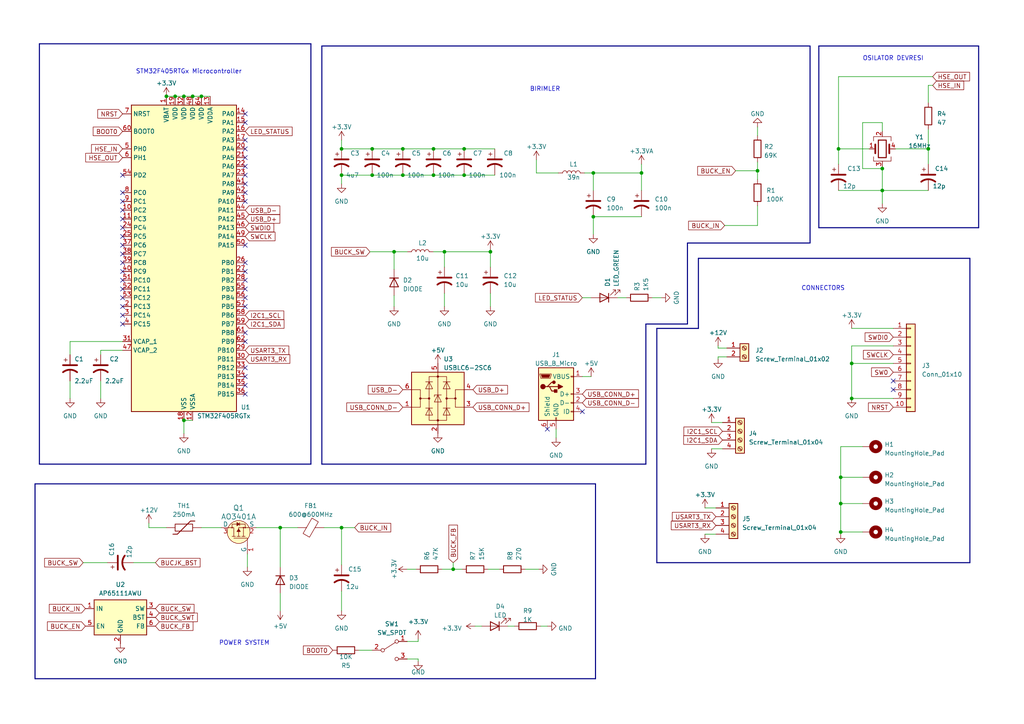
<source format=kicad_sch>
(kicad_sch (version 20230121) (generator eeschema)
  (paper "A4")
  (title_block (title "STM32F405RGTX TEST BOARD") (date "2023-10-19") (rev "V1.0") (company "EĞİTİM"))
  (lib_symbols
    (symbol "Connector:Screw_Terminal_01x02" (pin_names (offset 1.016) hide)
      (property "Reference" "J" (at 0 2.54 0))
      (property "Value" "Screw_Terminal_01x02" (at 0 -5.08 0))
      (symbol "Screw_Terminal_01x02_1_1"
        (pin passive line (at -5.08 0 0) (length 3.81) (name "Pin_1") (number "1"))
        (pin passive line (at -5.08 -2.54 0) (length 3.81) (name "Pin_2") (number "2"))
      )
    )
    (symbol "Connector:Screw_Terminal_01x04" (pin_names (offset 1.016) hide)
      (property "Reference" "J" (at 0 5.08 0))
      (property "Value" "Screw_Terminal_01x04" (at 0 -7.62 0))
      (symbol "Screw_Terminal_01x04_1_1"
        (pin passive line (at -5.08 2.54 0) (length 3.81) (name "Pin_1") (number "1"))
        (pin passive line (at -5.08 0 0) (length 3.81) (name "Pin_2") (number "2"))
        (pin passive line (at -5.08 -2.54 0) (length 3.81) (name "Pin_3") (number "3"))
        (pin passive line (at -5.08 -5.08 0) (length 3.81) (name "Pin_4") (number "4"))
      )
    )
    (symbol "Connector:USB_B_Micro" (pin_names (offset 1.016))
      (property "Reference" "J" (at -5.08 11.43 0))
      (property "Value" "USB_B_Micro" (at -5.08 8.89 0))
      (symbol "USB_B_Micro_1_1"
        (pin power_out line (at 7.62 5.08 180) (length 2.54) (name "VBUS") (number "1"))
        (pin bidirectional line (at 7.62 -2.54 180) (length 2.54) (name "D-") (number "2"))
        (pin bidirectional line (at 7.62 0 180) (length 2.54) (name "D+") (number "3"))
        (pin passive line (at 7.62 -5.08 180) (length 2.54) (name "ID") (number "4"))
        (pin power_out line (at 0 -10.16 90) (length 2.54) (name "GND") (number "5"))
        (pin passive line (at -2.54 -10.16 90) (length 2.54) (name "Shield") (number "6"))
      )
    )
    (symbol "Connector_Generic:Conn_01x10" (pin_names (offset 1.016) hide)
      (property "Reference" "J" (at 0 12.7 0))
      (property "Value" "Conn_01x10" (at 0 -15.24 0))
      (symbol "Conn_01x10_1_1"
        (pin passive line (at -5.08 10.16 0) (length 3.81) (name "Pin_1") (number "1"))
        (pin passive line (at -5.08 -12.7 0) (length 3.81) (name "Pin_10") (number "10"))
        (pin passive line (at -5.08 7.62 0) (length 3.81) (name "Pin_2") (number "2"))
        (pin passive line (at -5.08 5.08 0) (length 3.81) (name "Pin_3") (number "3"))
        (pin passive line (at -5.08 2.54 0) (length 3.81) (name "Pin_4") (number "4"))
        (pin passive line (at -5.08 0 0) (length 3.81) (name "Pin_5") (number "5"))
        (pin passive line (at -5.08 -2.54 0) (length 3.81) (name "Pin_6") (number "6"))
        (pin passive line (at -5.08 -5.08 0) (length 3.81) (name "Pin_7") (number "7"))
        (pin passive line (at -5.08 -7.62 0) (length 3.81) (name "Pin_8") (number "8"))
        (pin passive line (at -5.08 -10.16 0) (length 3.81) (name "Pin_9") (number "9"))
      )
    )
    (symbol "Device:C_Polarized_US" (pin_numbers hide) (pin_names (offset 0.254) hide)
      (property "Reference" "C" (at 0.635 2.54 0))
      (property "Value" "C_Polarized_US" (at 0.635 -2.54 0))
      (symbol "C_Polarized_US_1_1"
        (pin passive line (at 0 3.81 270) (length 2.794) (name "~") (number "1"))
        (pin passive line (at 0 -3.81 90) (length 3.302) (name "~") (number "2"))
      )
    )
    (symbol "Device:Crystal_GND23" (pin_names (offset 1.016) hide)
      (property "Reference" "Y" (at 3.175 5.08 0))
      (property "Value" "Crystal_GND23" (at 3.175 3.175 0))
      (symbol "Crystal_GND23_1_1"
        (pin passive line (at -3.81 0 0) (length 1.27) (name "1") (number "1"))
        (pin passive line (at 0 5.08 270) (length 1.27) (name "2") (number "2"))
        (pin passive line (at 0 -5.08 90) (length 1.27) (name "3") (number "3"))
        (pin passive line (at 3.81 0 180) (length 1.27) (name "4") (number "4"))
      )
    )
    (symbol "Device:FerriteBead" (pin_numbers hide) (pin_names (offset 0))
      (property "Reference" "FB" (at -3.81 0.635 90))
      (property "Value" "FerriteBead" (at 3.81 0 90))
      (symbol "FerriteBead_1_1"
        (pin passive line (at 0 3.81 270) (length 2.54) (name "~") (number "1"))
        (pin passive line (at 0 -3.81 90) (length 2.54) (name "~") (number "2"))
      )
    )
    (symbol "Device:L" (pin_numbers hide) (pin_names (offset 1.016) hide)
      (property "Reference" "L" (at -1.27 0 90))
      (property "Value" "L" (at 1.905 0 90))
      (symbol "L_1_1"
        (pin passive line (at 0 3.81 270) (length 1.27) (name "1") (number "1"))
        (pin passive line (at 0 -3.81 90) (length 1.27) (name "2") (number "2"))
      )
    )
    (symbol "Device:LED" (pin_numbers hide) (pin_names (offset 1.016) hide)
      (property "Reference" "D" (at 0 2.54 0))
      (property "Value" "LED" (at 0 -2.54 0))
      (symbol "LED_1_1"
        (pin passive line (at -3.81 0 0) (length 2.54) (name "K") (number "1"))
        (pin passive line (at 3.81 0 180) (length 2.54) (name "A") (number "2"))
      )
    )
    (symbol "Device:R" (pin_numbers hide) (pin_names (offset 0))
      (property "Reference" "R" (at 2.032 0 90))
      (property "Value" "R" (at 0 0 90))
      (symbol "R_1_1"
        (pin passive line (at 0 3.81 270) (length 1.27) (name "~") (number "1"))
        (pin passive line (at 0 -3.81 90) (length 1.27) (name "~") (number "2"))
      )
    )
    (symbol "Device:Thermistor" (pin_numbers hide) (pin_names (offset 0))
      (property "Reference" "TH" (at 2.54 1.27 90))
      (property "Value" "Thermistor" (at -2.54 0 90))
      (symbol "Thermistor_1_1"
        (pin passive line (at 0 5.08 270) (length 2.54) (name "~") (number "1"))
        (pin passive line (at 0 -5.08 90) (length 2.54) (name "~") (number "2"))
      )
    )
    (symbol "Diode:BAV20" (pin_numbers hide) (pin_names hide)
      (property "Reference" "D" (at 0 2.54 0))
      (property "Value" "BAV20" (at 0 -2.54 0))
      (symbol "BAV20_1_1"
        (pin passive line (at -3.81 0 0) (length 2.54) (name "K") (number "1"))
        (pin passive line (at 3.81 0 180) (length 2.54) (name "A") (number "2"))
      )
    )
    (symbol "MCU_ST_STM32F4:STM32F405RGTx"
      (property "Reference" "U" (at -15.24 46.99 0))
      (property "Value" "STM32F405RGTx" (at 10.16 46.99 0))
      (symbol "STM32F405RGTx_1_1"
        (pin power_in line (at -5.08 48.26 270) (length 2.54) (name "VBAT") (number "1"))
        (pin bidirectional line (at -17.78 15.24 0) (length 2.54) (name "PC2") (number "10"))
        (pin bidirectional line (at -17.78 12.7 0) (length 2.54) (name "PC3") (number "11"))
        (pin power_in line (at 2.54 -45.72 90) (length 2.54) (name "VSSA") (number "12"))
        (pin power_in line (at 7.62 48.26 270) (length 2.54) (name "VDDA") (number "13"))
        (pin bidirectional line (at 17.78 43.18 180) (length 2.54) (name "PA0") (number "14"))
        (pin bidirectional line (at 17.78 40.64 180) (length 2.54) (name "PA1") (number "15"))
        (pin bidirectional line (at 17.78 38.1 180) (length 2.54) (name "PA2") (number "16"))
        (pin bidirectional line (at 17.78 35.56 180) (length 2.54) (name "PA3") (number "17"))
        (pin power_in line (at 0 -45.72 90) (length 2.54) (name "VSS") (number "18"))
        (pin power_in line (at -2.54 48.26 270) (length 2.54) (name "VDD") (number "19"))
        (pin bidirectional line (at -17.78 -12.7 0) (length 2.54) (name "PC13") (number "2"))
        (pin bidirectional line (at 17.78 33.02 180) (length 2.54) (name "PA4") (number "20"))
        (pin bidirectional line (at 17.78 30.48 180) (length 2.54) (name "PA5") (number "21"))
        (pin bidirectional line (at 17.78 27.94 180) (length 2.54) (name "PA6") (number "22"))
        (pin bidirectional line (at 17.78 25.4 180) (length 2.54) (name "PA7") (number "23"))
        (pin bidirectional line (at -17.78 10.16 0) (length 2.54) (name "PC4") (number "24"))
        (pin bidirectional line (at -17.78 7.62 0) (length 2.54) (name "PC5") (number "25"))
        (pin bidirectional line (at 17.78 0 180) (length 2.54) (name "PB0") (number "26"))
        (pin bidirectional line (at 17.78 -2.54 180) (length 2.54) (name "PB1") (number "27"))
        (pin bidirectional line (at 17.78 -5.08 180) (length 2.54) (name "PB2") (number "28"))
        (pin bidirectional line (at 17.78 -25.4 180) (length 2.54) (name "PB10") (number "29"))
        (pin bidirectional line (at -17.78 -15.24 0) (length 2.54) (name "PC14") (number "3"))
        (pin bidirectional line (at 17.78 -27.94 180) (length 2.54) (name "PB11") (number "30"))
        (pin power_out line (at -17.78 -22.86 0) (length 2.54) (name "VCAP_1") (number "31"))
        (pin power_in line (at 0 48.26 270) (length 2.54) (name "VDD") (number "32"))
        (pin bidirectional line (at 17.78 -30.48 180) (length 2.54) (name "PB12") (number "33"))
        (pin bidirectional line (at 17.78 -33.02 180) (length 2.54) (name "PB13") (number "34"))
        (pin bidirectional line (at 17.78 -35.56 180) (length 2.54) (name "PB14") (number "35"))
        (pin bidirectional line (at 17.78 -38.1 180) (length 2.54) (name "PB15") (number "36"))
        (pin bidirectional line (at -17.78 5.08 0) (length 2.54) (name "PC6") (number "37"))
        (pin bidirectional line (at -17.78 2.54 0) (length 2.54) (name "PC7") (number "38"))
        (pin bidirectional line (at -17.78 0 0) (length 2.54) (name "PC8") (number "39"))
        (pin bidirectional line (at -17.78 -17.78 0) (length 2.54) (name "PC15") (number "4"))
        (pin bidirectional line (at -17.78 -2.54 0) (length 2.54) (name "PC9") (number "40"))
        (pin bidirectional line (at 17.78 22.86 180) (length 2.54) (name "PA8") (number "41"))
        (pin bidirectional line (at 17.78 20.32 180) (length 2.54) (name "PA9") (number "42"))
        (pin bidirectional line (at 17.78 17.78 180) (length 2.54) (name "PA10") (number "43"))
        (pin bidirectional line (at 17.78 15.24 180) (length 2.54) (name "PA11") (number "44"))
        (pin bidirectional line (at 17.78 12.7 180) (length 2.54) (name "PA12") (number "45"))
        (pin bidirectional line (at 17.78 10.16 180) (length 2.54) (name "PA13") (number "46"))
        (pin power_out line (at -17.78 -25.4 0) (length 2.54) (name "VCAP_2") (number "47"))
        (pin power_in line (at 2.54 48.26 270) (length 2.54) (name "VDD") (number "48"))
        (pin bidirectional line (at 17.78 7.62 180) (length 2.54) (name "PA14") (number "49"))
        (pin bidirectional line (at -17.78 33.02 0) (length 2.54) (name "PH0") (number "5"))
        (pin bidirectional line (at 17.78 5.08 180) (length 2.54) (name "PA15") (number "50"))
        (pin bidirectional line (at -17.78 -5.08 0) (length 2.54) (name "PC10") (number "51"))
        (pin bidirectional line (at -17.78 -7.62 0) (length 2.54) (name "PC11") (number "52"))
        (pin bidirectional line (at -17.78 -10.16 0) (length 2.54) (name "PC12") (number "53"))
        (pin bidirectional line (at -17.78 25.4 0) (length 2.54) (name "PD2") (number "54"))
        (pin bidirectional line (at 17.78 -7.62 180) (length 2.54) (name "PB3") (number "55"))
        (pin bidirectional line (at 17.78 -10.16 180) (length 2.54) (name "PB4") (number "56"))
        (pin bidirectional line (at 17.78 -12.7 180) (length 2.54) (name "PB5") (number "57"))
        (pin bidirectional line (at 17.78 -15.24 180) (length 2.54) (name "PB6") (number "58"))
        (pin bidirectional line (at 17.78 -17.78 180) (length 2.54) (name "PB7") (number "59"))
        (pin bidirectional line (at -17.78 30.48 0) (length 2.54) (name "PH1") (number "6"))
        (pin input line (at -17.78 38.1 0) (length 2.54) (name "BOOT0") (number "60"))
        (pin bidirectional line (at 17.78 -20.32 180) (length 2.54) (name "PB8") (number "61"))
        (pin bidirectional line (at 17.78 -22.86 180) (length 2.54) (name "PB9") (number "62"))
        (pin passive line (at 0 -45.72 90) (length 2.54) hide (name "VSS") (number "63"))
        (pin power_in line (at 5.08 48.26 270) (length 2.54) (name "VDD") (number "64"))
        (pin input line (at -17.78 43.18 0) (length 2.54) (name "NRST") (number "7"))
        (pin bidirectional line (at -17.78 20.32 0) (length 2.54) (name "PC0") (number "8"))
        (pin bidirectional line (at -17.78 17.78 0) (length 2.54) (name "PC1") (number "9"))
      )
    )
    (symbol "Mechanical:MountingHole_Pad" (pin_numbers hide) (pin_names (offset 1.016) hide)
      (property "Reference" "H" (at 0 6.35 0))
      (property "Value" "MountingHole_Pad" (at 0 4.445 0))
      (symbol "MountingHole_Pad_1_1"
        (pin input line (at 0 -2.54 90) (length 2.54) (name "1") (number "1"))
      )
    )
    (symbol "Power_Protection:USBLC6-2SC6" (pin_names hide)
      (property "Reference" "U" (at 2.54 8.89 0))
      (property "Value" "USBLC6-2SC6" (at 2.54 -8.89 0))
      (symbol "USBLC6-2SC6_1_1"
        (pin passive line (at -10.16 -2.54 0) (length 2.54) (name "I/O1") (number "1"))
        (pin passive line (at 0 -10.16 90) (length 2.54) (name "GND") (number "2"))
        (pin passive line (at 10.16 -2.54 180) (length 2.54) (name "I/O2") (number "3"))
        (pin passive line (at 10.16 2.54 180) (length 2.54) (name "I/O2") (number "4"))
        (pin passive line (at 0 10.16 270) (length 2.54) (name "VBUS") (number "5"))
        (pin passive line (at -10.16 2.54 0) (length 2.54) (name "I/O1") (number "6"))
      )
    )
    (symbol "Regulator_Switching:AP65111AWU"
      (property "Reference" "U" (at -7.62 6.35 0))
      (property "Value" "AP65111AWU" (at 2.54 6.35 0))
      (symbol "AP65111AWU_1_1"
        (pin power_in line (at -10.16 2.54 0) (length 2.54) (name "IN") (number "1"))
        (pin power_in line (at 0 -7.62 90) (length 2.54) (name "GND") (number "2"))
        (pin output line (at 10.16 2.54 180) (length 2.54) (name "SW") (number "3"))
        (pin passive line (at 10.16 0 180) (length 2.54) (name "BST") (number "4"))
        (pin input line (at -10.16 -2.54 0) (length 2.54) (name "EN") (number "5"))
        (pin input line (at 10.16 -2.54 180) (length 2.54) (name "FB") (number "6"))
      )
    )
    (symbol "Switch:SW_SPDT" (pin_names (offset 0) hide)
      (property "Reference" "SW" (at 0 4.318 0))
      (property "Value" "SW_SPDT" (at 0 -5.08 0))
      (symbol "SW_SPDT_1_1"
        (pin passive line (at 5.08 2.54 180) (length 2.54) (name "A") (number "1"))
        (pin passive line (at -5.08 0 0) (length 2.54) (name "B") (number "2"))
        (pin passive line (at 5.08 -2.54 180) (length 2.54) (name "C") (number "3"))
      )
    )
    (symbol "dk_Transistors-FETs-MOSFETs-Single:AO3401A" (pin_names (offset 0))
      (property "Reference" "Q" (at -2.6924 3.6322 0))
      (property "Value" "AO3401A" (at 3.4544 0 90))
      (symbol "AO3401A_1_1"
        (pin bidirectional line (at -7.62 -2.54 0) (length 2.54) (name "G") (number "1"))
        (pin bidirectional line (at 0 -5.08 90) (length 2.54) (name "S") (number "2"))
        (pin bidirectional line (at 0 5.08 270) (length 2.54) (name "D") (number "3"))
      )
    )
    (symbol "power:+12V" (power) (pin_names (offset 0))
      (property "Value" "+12V" (at 0 3.556 0))
      (symbol "+12V_1_1"
        (pin power_in line (at 0 0 90) (length 0) hide (name "+12V") (number "1"))
      )
    )
    (symbol "power:+3.3V" (power) (pin_names (offset 0))
      (property "Value" "+3.3V" (at 0 3.556 0))
      (symbol "+3.3V_1_1"
        (pin power_in line (at 0 0 90) (length 0) hide (name "+3.3V") (number "1"))
      )
    )
    (symbol "power:+3.3VA" (power) (pin_names (offset 0))
      (property "Value" "+3.3VA" (at 0 3.556 0))
      (symbol "+3.3VA_1_1"
        (pin power_in line (at 0 0 90) (length 0) hide (name "+3.3VA") (number "1"))
      )
    )
    (symbol "power:+5V" (power) (pin_names (offset 0))
      (property "Value" "+5V" (at 0 3.556 0))
      (symbol "+5V_1_1"
        (pin power_in line (at 0 0 90) (length 0) hide (name "+5V") (number "1"))
      )
    )
    (symbol "power:GND" (power) (pin_names (offset 0))
      (property "Value" "GND" (at 0 -3.81 0))
      (symbol "GND_1_1"
        (pin power_in line (at 0 0 270) (length 0) hide (name "GND") (number "1"))
      )
    )
  )
  (junction (at 55.88 27.94))
  (junction (at 48.26 27.94))
  (junction (at 269.24 43.18))
  (junction (at 125.73 43.18))
  (junction (at 116.84 50.8))
  (junction (at 219.71 49.53))
  (junction (at 186.055 50.165))
  (junction (at 53.34 27.94))
  (junction (at 243.84 138.43))
  (junction (at 172.085 50.165))
  (junction (at 247.015 105.41))
  (junction (at 134.62 43.18))
  (junction (at 243.205 43.18))
  (junction (at 114.3 73.025))
  (junction (at 125.73 50.8))
  (junction (at 107.95 43.18))
  (junction (at 255.905 48.895))
  (junction (at 50.8 27.94))
  (junction (at 128.905 73.025))
  (junction (at 255.905 55.245))
  (junction (at 243.84 154.305))
  (junction (at 99.06 50.8))
  (junction (at 247.015 115.57))
  (junction (at 81.28 153.035))
  (junction (at 99.06 43.18))
  (junction (at 131.445 165.1))
  (junction (at 116.84 43.18))
  (junction (at 134.62 50.8))
  (junction (at 58.42 27.94))
  (junction (at 172.085 62.865))
  (junction (at 142.24 73.025))
  (junction (at 99.06 153.035))
  (junction (at 243.84 146.05))
  (junction (at 107.95 50.8))
  (junction (at 53.34 121.92))
  (no_connect (at 71.12 99.06))
  (no_connect (at 35.56 73.66))
  (no_connect (at 35.56 76.2))
  (no_connect (at 71.12 106.68))
  (no_connect (at 71.12 86.36))
  (no_connect (at 71.12 71.12))
  (no_connect (at 168.91 119.38))
  (no_connect (at 71.12 48.26))
  (no_connect (at 35.56 78.74))
  (no_connect (at 71.12 81.28))
  (no_connect (at 71.12 53.34))
  (no_connect (at 71.12 50.8))
  (no_connect (at 71.12 43.18))
  (no_connect (at 35.56 88.9))
  (no_connect (at 35.56 93.98))
  (no_connect (at 35.56 83.82))
  (no_connect (at 35.56 68.58))
  (no_connect (at 35.56 81.28))
  (no_connect (at 71.12 40.64))
  (no_connect (at 71.12 45.72))
  (no_connect (at 71.12 88.9))
  (no_connect (at 35.56 55.88))
  (no_connect (at 35.56 86.36))
  (no_connect (at 35.56 50.8))
  (no_connect (at 158.75 124.46))
  (no_connect (at 71.12 111.76))
  (no_connect (at 259.08 113.03))
  (no_connect (at 71.12 58.42))
  (no_connect (at 35.56 71.12))
  (no_connect (at 71.12 109.22))
  (no_connect (at 71.12 35.56))
  (no_connect (at 71.12 78.74))
  (no_connect (at 71.12 96.52))
  (no_connect (at 71.12 76.2))
  (no_connect (at 35.56 63.5))
  (no_connect (at 71.12 83.82))
  (no_connect (at 71.12 33.02))
  (no_connect (at 35.56 66.04))
  (no_connect (at 35.56 60.96))
  (no_connect (at 259.08 110.49))
  (no_connect (at 35.56 58.42))
  (no_connect (at 71.12 55.88))
  (no_connect (at 71.12 114.3))
  (no_connect (at 35.56 91.44))
  (wire (pts (xy 270.51 24.765) (xy 269.24 24.765)))
  (wire (pts (xy 53.34 27.94) (xy 55.88 27.94)))
  (bus (pts (xy 11.43 12.7) (xy 90.17 12.7)))
  (wire (pts (xy 206.375 122.555) (xy 209.55 122.555)))
  (wire (pts (xy 107.95 50.8) (xy 116.84 50.8)))
  (wire (pts (xy 134.62 50.8) (xy 143.51 50.8)))
  (bus (pts (xy 202.565 74.93) (xy 281.305 74.93)))
  (bus (pts (xy 10.16 196.85) (xy 10.16 140.335)))
  (wire (pts (xy 161.29 124.46) (xy 161.29 127)))
  (bus (pts (xy 199.39 93.98) (xy 199.39 70.485)))
  (wire (pts (xy 250.19 35.56) (xy 250.19 48.895)))
  (wire (pts (xy 155.575 50.165) (xy 155.575 46.355)))
  (wire (pts (xy 116.84 50.8) (xy 125.73 50.8)))
  (wire (pts (xy 259.715 43.18) (xy 269.24 43.18)))
  (wire (pts (xy 116.84 43.18) (xy 125.73 43.18)))
  (wire (pts (xy 161.925 50.165) (xy 155.575 50.165)))
  (wire (pts (xy 255.905 38.1) (xy 255.905 35.56)))
  (wire (pts (xy 48.26 27.94) (xy 50.8 27.94)))
  (bus (pts (xy 199.39 70.485) (xy 234.95 70.485)))
  (bus (pts (xy 237.49 66.04) (xy 237.49 13.335)))
  (wire (pts (xy 131.445 165.1) (xy 131.445 163.195)))
  (wire (pts (xy 255.905 55.245) (xy 269.24 55.245)))
  (wire (pts (xy 121.285 185.42) (xy 121.285 186.055)))
  (wire (pts (xy 121.285 191.77) (xy 121.285 191.135)))
  (wire (pts (xy 243.84 146.05) (xy 243.84 154.305)))
  (wire (pts (xy 269.24 24.765) (xy 269.24 29.845)))
  (wire (pts (xy 270.51 22.225) (xy 243.205 22.225)))
  (wire (pts (xy 168.91 86.36) (xy 171.45 86.36)))
  (wire (pts (xy 142.24 85.09) (xy 142.24 88.9)))
  (wire (pts (xy 81.28 153.035) (xy 86.36 153.035)))
  (wire (pts (xy 125.73 43.18) (xy 134.62 43.18)))
  (bus (pts (xy 93.345 13.335) (xy 93.345 134.62)))
  (wire (pts (xy 247.015 100.33) (xy 247.015 105.41)))
  (wire (pts (xy 204.47 147.32) (xy 207.645 147.32)))
  (wire (pts (xy 107.315 73.025) (xy 114.3 73.025)))
  (wire (pts (xy 118.11 165.1) (xy 120.65 165.1)))
  (wire (pts (xy 29.21 110.49) (xy 29.21 115.57)))
  (bus (pts (xy 11.43 134.62) (xy 11.43 12.7)))
  (wire (pts (xy 74.295 153.035) (xy 81.28 153.035)))
  (wire (pts (xy 99.06 163.83) (xy 99.06 153.035)))
  (wire (pts (xy 172.085 62.865) (xy 186.055 62.865)))
  (wire (pts (xy 20.32 110.49) (xy 20.32 115.57)))
  (wire (pts (xy 134.62 43.18) (xy 143.51 43.18)))
  (wire (pts (xy 125.73 73.025) (xy 128.905 73.025)))
  (wire (pts (xy 259.08 100.33) (xy 247.015 100.33)))
  (bus (pts (xy 172.72 140.335) (xy 172.72 196.85)))
  (wire (pts (xy 259.08 115.57) (xy 247.015 115.57)))
  (wire (pts (xy 35.56 99.06) (xy 20.32 99.06)))
  (wire (pts (xy 114.3 85.725) (xy 114.3 88.9)))
  (wire (pts (xy 213.36 49.53) (xy 219.71 49.53)))
  (bus (pts (xy 172.72 196.85) (xy 10.16 196.85)))
  (wire (pts (xy 99.06 50.8) (xy 99.06 53.34)))
  (wire (pts (xy 128.905 73.025) (xy 142.24 73.025)))
  (wire (pts (xy 189.23 86.36) (xy 191.77 86.36)))
  (wire (pts (xy 142.24 72.39) (xy 142.24 73.025)))
  (wire (pts (xy 250.19 146.05) (xy 243.84 146.05)))
  (wire (pts (xy 53.34 121.92) (xy 53.34 125.73)))
  (wire (pts (xy 147.32 181.61) (xy 149.225 181.61)))
  (wire (pts (xy 172.085 50.165) (xy 172.085 55.245)))
  (wire (pts (xy 114.3 73.025) (xy 114.3 78.105)))
  (wire (pts (xy 24.13 163.195) (xy 31.115 163.195)))
  (wire (pts (xy 250.19 129.54) (xy 243.84 129.54)))
  (wire (pts (xy 125.73 50.8) (xy 134.62 50.8)))
  (wire (pts (xy 43.18 153.035) (xy 48.26 153.035)))
  (wire (pts (xy 99.06 153.035) (xy 102.87 153.035)))
  (wire (pts (xy 128.905 85.09) (xy 128.905 88.9)))
  (wire (pts (xy 107.95 43.18) (xy 116.84 43.18)))
  (wire (pts (xy 168.91 109.22) (xy 171.45 109.22)))
  (wire (pts (xy 58.42 27.94) (xy 60.96 27.94)))
  (wire (pts (xy 186.055 47.625) (xy 186.055 50.165)))
  (wire (pts (xy 250.19 48.895) (xy 255.905 48.895)))
  (bus (pts (xy 202.565 95.25) (xy 202.565 74.93)))
  (wire (pts (xy 81.28 164.465) (xy 81.28 153.035)))
  (wire (pts (xy 243.205 55.245) (xy 255.905 55.245)))
  (wire (pts (xy 53.34 121.92) (xy 55.88 121.92)))
  (bus (pts (xy 190.5 163.195) (xy 190.5 95.25)))
  (bus (pts (xy 10.16 140.335) (xy 172.72 140.335)))
  (wire (pts (xy 141.605 165.1) (xy 144.78 165.1)))
  (bus (pts (xy 281.305 74.93) (xy 281.305 163.195)))
  (wire (pts (xy 204.47 154.94) (xy 207.645 154.94)))
  (bus (pts (xy 234.95 13.335) (xy 234.95 70.485)))
  (wire (pts (xy 128.27 165.1) (xy 131.445 165.1)))
  (bus (pts (xy 283.845 13.335) (xy 283.845 66.04)))
  (wire (pts (xy 93.98 153.035) (xy 99.06 153.035)))
  (wire (pts (xy 71.755 160.655) (xy 71.755 164.465)))
  (bus (pts (xy 93.345 134.62) (xy 187.325 134.62)))
  (bus (pts (xy 187.325 93.98) (xy 199.39 93.98)))
  (wire (pts (xy 250.19 138.43) (xy 243.84 138.43)))
  (wire (pts (xy 107.95 188.595) (xy 104.14 188.595)))
  (wire (pts (xy 255.905 48.26) (xy 255.905 48.895)))
  (wire (pts (xy 29.21 101.6) (xy 29.21 102.87)))
  (wire (pts (xy 243.84 154.305) (xy 243.84 154.94)))
  (wire (pts (xy 50.8 27.94) (xy 53.34 27.94)))
  (wire (pts (xy 142.24 73.025) (xy 142.24 77.47)))
  (bus (pts (xy 187.325 134.62) (xy 187.325 93.98)))
  (bus (pts (xy 234.95 13.335) (xy 93.345 13.335)))
  (wire (pts (xy 252.095 43.18) (xy 243.205 43.18)))
  (wire (pts (xy 169.545 50.165) (xy 172.085 50.165)))
  (wire (pts (xy 121.285 186.055) (xy 118.11 186.055)))
  (wire (pts (xy 206.375 130.175) (xy 209.55 130.175)))
  (wire (pts (xy 219.71 36.83) (xy 219.71 39.37)))
  (bus (pts (xy 237.49 13.335) (xy 283.845 13.335)))
  (wire (pts (xy 186.055 50.165) (xy 186.055 55.245)))
  (wire (pts (xy 179.07 86.36) (xy 181.61 86.36)))
  (wire (pts (xy 81.28 172.085) (xy 81.28 177.165)))
  (wire (pts (xy 219.71 46.99) (xy 219.71 49.53)))
  (wire (pts (xy 247.015 105.41) (xy 259.08 105.41)))
  (wire (pts (xy 137.795 181.61) (xy 139.7 181.61)))
  (wire (pts (xy 247.015 95.25) (xy 259.08 95.25)))
  (wire (pts (xy 20.32 99.06) (xy 20.32 102.87)))
  (bus (pts (xy 90.17 12.7) (xy 90.17 134.62)))
  (wire (pts (xy 208.28 103.505) (xy 208.28 104.14)))
  (wire (pts (xy 43.18 151.765) (xy 43.18 153.035)))
  (wire (pts (xy 55.88 27.94) (xy 58.42 27.94)))
  (wire (pts (xy 38.735 163.195) (xy 45.085 163.195)))
  (wire (pts (xy 99.06 40.64) (xy 99.06 43.18)))
  (wire (pts (xy 247.015 105.41) (xy 247.015 115.57)))
  (wire (pts (xy 269.24 43.18) (xy 269.24 47.625)))
  (bus (pts (xy 283.845 66.04) (xy 237.49 66.04)))
  (wire (pts (xy 172.085 50.165) (xy 186.055 50.165)))
  (wire (pts (xy 99.06 43.18) (xy 107.95 43.18)))
  (wire (pts (xy 219.71 49.53) (xy 219.71 52.07)))
  (wire (pts (xy 243.205 43.18) (xy 243.205 47.625)))
  (wire (pts (xy 255.905 35.56) (xy 250.19 35.56)))
  (wire (pts (xy 255.905 48.895) (xy 255.905 55.245)))
  (wire (pts (xy 152.4 165.1) (xy 156.21 165.1)))
  (wire (pts (xy 255.905 55.245) (xy 255.905 59.055)))
  (bus (pts (xy 11.43 134.62) (xy 90.17 134.62)))
  (wire (pts (xy 172.085 62.865) (xy 172.085 67.945)))
  (wire (pts (xy 219.71 65.405) (xy 219.71 59.69)))
  (wire (pts (xy 243.205 22.225) (xy 243.205 43.18)))
  (wire (pts (xy 250.19 154.305) (xy 243.84 154.305)))
  (wire (pts (xy 99.06 50.8) (xy 107.95 50.8)))
  (wire (pts (xy 156.845 181.61) (xy 158.75 181.61)))
  (wire (pts (xy 99.06 171.45) (xy 99.06 177.165)))
  (wire (pts (xy 58.42 153.035) (xy 64.135 153.035)))
  (wire (pts (xy 210.185 65.405) (xy 219.71 65.405)))
  (wire (pts (xy 208.28 100.965) (xy 210.82 100.965)))
  (bus (pts (xy 190.5 95.25) (xy 202.565 95.25)))
  (wire (pts (xy 269.24 37.465) (xy 269.24 43.18)))
  (wire (pts (xy 121.285 191.135) (xy 118.11 191.135)))
  (wire (pts (xy 131.445 165.1) (xy 133.985 165.1)))
  (wire (pts (xy 210.82 103.505) (xy 208.28 103.505)))
  (wire (pts (xy 114.3 73.025) (xy 118.11 73.025)))
  (wire (pts (xy 35.56 101.6) (xy 29.21 101.6)))
  (wire (pts (xy 243.84 138.43) (xy 243.84 146.05)))
  (wire (pts (xy 128.905 73.025) (xy 128.905 77.47)))
  (bus (pts (xy 281.305 163.195) (xy 190.5 163.195)))
  (wire (pts (xy 208.28 100.33) (xy 208.28 100.965)))
  (wire (pts (xy 243.84 129.54) (xy 243.84 138.43)))
  (text "BIRIMLER\n" (at 153.67 26.67 0) (effects (font (size 1.27 1.27)) (justify left bottom)))
  (text "STM32F405RTGx Microcontroller\n" (at 39.37 21.59 0) (effects (font (size 1.27 1.27)) (justify left bottom)))
  (text "OSILATOR DEVRESI\n" (at 250.19 17.78 0) (effects (font (size 1.27 1.27)) (justify left bottom)))
  (text "CONNECTORS\n" (at 232.41 84.455 0) (effects (font (size 1.27 1.27)) (justify left bottom)))
  (text "POWER SYSTEM\n" (at 63.5 187.325 0) (effects (font (size 1.27 1.27)) (justify left bottom)))
  (global_label "BUCK_SWT" (shape input) (at 45.085 179.07 0) (property "Intersheetrefs" "${INTERSHEET_REFS}" (effects hide)))
  (global_label "I2C1_SCL" (shape input) (at 71.12 91.44 0) (property "Intersheetrefs" "${INTERSHEET_REFS}" (effects hide)))
  (global_label "I2C1_SCL" (shape input) (at 209.55 125.095 180) (property "Intersheetrefs" "${INTERSHEET_REFS}" (effects hide)))
  (global_label "BOOT0" (shape input) (at 96.52 188.595 180) (property "Intersheetrefs" "${INTERSHEET_REFS}" (effects hide)))
  (global_label "LED_STATUS" (shape input) (at 71.12 38.1 0) (property "Intersheetrefs" "${INTERSHEET_REFS}" (effects hide)))
  (global_label "BUCK_FB" (shape input) (at 45.085 181.61 0) (property "Intersheetrefs" "${INTERSHEET_REFS}" (effects hide)))
  (global_label "SW0" (shape input) (at 259.08 107.95 180) (property "Intersheetrefs" "${INTERSHEET_REFS}" (effects hide)))
  (global_label "HSE_IN" (shape input) (at 35.56 43.18 180) (property "Intersheetrefs" "${INTERSHEET_REFS}" (effects hide)))
  (global_label "USB_D+" (shape input) (at 137.16 113.03 0) (property "Intersheetrefs" "${INTERSHEET_REFS}" (effects hide)))
  (global_label "BUCK_SW" (shape input) (at 24.13 163.195 180) (property "Intersheetrefs" "${INTERSHEET_REFS}" (effects hide)))
  (global_label "LED_STATUS" (shape input) (at 168.91 86.36 180) (property "Intersheetrefs" "${INTERSHEET_REFS}" (effects hide)))
  (global_label "USART3_TX" (shape input) (at 207.645 149.86 180) (property "Intersheetrefs" "${INTERSHEET_REFS}" (effects hide)))
  (global_label "HSE_IN" (shape input) (at 270.51 24.765 0) (property "Intersheetrefs" "${INTERSHEET_REFS}" (effects hide)))
  (global_label "I2C1_SDA" (shape input) (at 71.12 93.98 0) (property "Intersheetrefs" "${INTERSHEET_REFS}" (effects hide)))
  (global_label "USB_D-" (shape input) (at 116.84 113.03 180) (property "Intersheetrefs" "${INTERSHEET_REFS}" (effects hide)))
  (global_label "NRST" (shape input) (at 35.56 33.02 180) (property "Intersheetrefs" "${INTERSHEET_REFS}" (effects hide)))
  (global_label "SWDI0" (shape input) (at 259.08 97.79 180) (property "Intersheetrefs" "${INTERSHEET_REFS}" (effects hide)))
  (global_label "BUCK_FB" (shape input) (at 131.445 163.195 90) (property "Intersheetrefs" "${INTERSHEET_REFS}" (effects hide)))
  (global_label "BUCK_EN" (shape input) (at 24.765 181.61 180) (property "Intersheetrefs" "${INTERSHEET_REFS}" (effects hide)))
  (global_label "USB_D-" (shape input) (at 71.12 60.96 0) (property "Intersheetrefs" "${INTERSHEET_REFS}" (effects hide)))
  (global_label "NRST" (shape input) (at 259.08 118.11 180) (property "Intersheetrefs" "${INTERSHEET_REFS}" (effects hide)))
  (global_label "BUCJK_BST" (shape input) (at 45.085 163.195 0) (property "Intersheetrefs" "${INTERSHEET_REFS}" (effects hide)))
  (global_label "USART3_RX" (shape input) (at 207.645 152.4 180) (property "Intersheetrefs" "${INTERSHEET_REFS}" (effects hide)))
  (global_label "HSE_OUT" (shape input) (at 35.56 45.72 180) (property "Intersheetrefs" "${INTERSHEET_REFS}" (effects hide)))
  (global_label "USART3_TX" (shape input) (at 71.12 101.6 0) (property "Intersheetrefs" "${INTERSHEET_REFS}" (effects hide)))
  (global_label "USB_D+" (shape input) (at 71.12 63.5 0) (property "Intersheetrefs" "${INTERSHEET_REFS}" (effects hide)))
  (global_label "USB_CONN_D-" (shape input) (at 116.84 118.11 180) (property "Intersheetrefs" "${INTERSHEET_REFS}" (effects hide)))
  (global_label "SWCLK" (shape input) (at 71.12 68.58 0) (property "Intersheetrefs" "${INTERSHEET_REFS}" (effects hide)))
  (global_label "BOOT0" (shape input) (at 35.56 38.1 180) (property "Intersheetrefs" "${INTERSHEET_REFS}" (effects hide)))
  (global_label "HSE_OUT" (shape input) (at 270.51 22.225 0) (property "Intersheetrefs" "${INTERSHEET_REFS}" (effects hide)))
  (global_label "BUCK_EN" (shape input) (at 213.36 49.53 180) (property "Intersheetrefs" "${INTERSHEET_REFS}" (effects hide)))
  (global_label "SWCLK" (shape input) (at 259.08 102.87 180) (property "Intersheetrefs" "${INTERSHEET_REFS}" (effects hide)))
  (global_label "I2C1_SDA" (shape input) (at 209.55 127.635 180) (property "Intersheetrefs" "${INTERSHEET_REFS}" (effects hide)))
  (global_label "USB_CONN_D+" (shape input) (at 137.16 118.11 0) (property "Intersheetrefs" "${INTERSHEET_REFS}" (effects hide)))
  (global_label "BUCK_SW" (shape input) (at 45.085 176.53 0) (property "Intersheetrefs" "${INTERSHEET_REFS}" (effects hide)))
  (global_label "USART3_RX" (shape input) (at 71.12 104.14 0) (property "Intersheetrefs" "${INTERSHEET_REFS}" (effects hide)))
  (global_label "BUCK_SW" (shape input) (at 107.315 73.025 180) (property "Intersheetrefs" "${INTERSHEET_REFS}" (effects hide)))
  (global_label "BUCK_IN" (shape input) (at 102.87 153.035 0) (property "Intersheetrefs" "${INTERSHEET_REFS}" (effects hide)))
  (global_label "USB_CONN_D+" (shape input) (at 168.91 114.3 0) (property "Intersheetrefs" "${INTERSHEET_REFS}" (effects hide)))
  (global_label "USB_CONN_D-" (shape input) (at 168.91 116.84 0) (property "Intersheetrefs" "${INTERSHEET_REFS}" (effects hide)))
  (global_label "BUCK_IN" (shape input) (at 24.765 176.53 180) (property "Intersheetrefs" "${INTERSHEET_REFS}" (effects hide)))
  (global_label "SWDIO" (shape input) (at 71.12 66.04 0) (property "Intersheetrefs" "${INTERSHEET_REFS}" (effects hide)))
  (global_label "BUCK_IN" (shape input) (at 210.185 65.405 180) (property "Intersheetrefs" "${INTERSHEET_REFS}" (effects hide)))
  (symbol (lib_id "power:GND") (at 34.925 186.69 0) (unit 1)
    (property "Reference" "#PWR025" (effects hide))
    (property "Value" "GND" (at 34.925 191.77 0))
  )
  (symbol (lib_id "power:GND") (at 114.3 88.9 0) (unit 1)
    (property "Reference" "#PWR012" (effects hide))
    (property "Value" "GND" (at 114.3 93.98 0))
  )
  (symbol (lib_id "power:GND") (at 29.21 115.57 0) (unit 1)
    (property "Reference" "#PWR03" (effects hide))
    (property "Value" "GND" (at 29.21 120.65 0))
  )
  (symbol (lib_id "Device:R") (at 148.59 165.1 270) (unit 1)
    (property "Reference" "R8" (at 147.955 162.56 0) (effects (justify right)))
    (property "Value" "270" (at 150.495 162.56 0) (effects (justify right)))
  )
  (symbol (lib_id "power:+3.3V") (at 137.795 181.61 90) (unit 1)
    (property "Reference" "#PWR030" (effects hide))
    (property "Value" "+3.3V" (at 133.985 182.245 90) (effects (justify left)))
  )
  (symbol (lib_id "Connector:Screw_Terminal_01x02") (at 215.9 100.965 0) (unit 1)
    (property "Reference" "J2" (at 219.075 101.6 0) (effects (justify left)))
    (property "Value" "Screw_Terminal_01x02" (at 219.075 104.14 0) (effects (justify left)))
  )
  (symbol (lib_id "power:GND") (at 172.085 67.945 0) (unit 1)
    (property "Reference" "#PWR010" (effects hide))
    (property "Value" "GND" (at 172.085 73.025 0))
  )
  (symbol (lib_id "power:+3.3V") (at 118.11 165.1 90) (unit 1)
    (property "Reference" "#PWR028" (effects hide))
    (property "Value" "+3.3V" (at 114.3 165.1 0))
  )
  (symbol (lib_id "Device:C_Polarized_US") (at 142.24 81.28 0) (unit 1)
    (property "Reference" "C12" (at 146.05 80.01 0) (effects (justify left)))
    (property "Value" "10u" (at 146.05 82.55 0) (effects (justify left)))
  )
  (symbol (lib_id "power:+3.3V") (at 99.06 40.64 0) (unit 1)
    (property "Reference" "#PWR06" (effects hide))
    (property "Value" "+3.3V" (at 99.06 36.83 0))
  )
  (symbol (lib_id "dk_Transistors-FETs-MOSFETs-Single:AO3401A") (at 69.215 153.035 90) (unit 1)
    (property "Reference" "Q1" (at 69.215 147.32 90) (effects (font (size 1.524 1.524))))
    (property "Value" "AO3401A" (at 69.215 149.86 90) (effects (font (size 1.524 1.524))))
    (property "Footprint" "digikey-footprints:SOT-23-3" (effects hide))
    (property "Datasheet" "http://aosmd.com/res/data_sheets/AO3401A.pdf" (effects hide))
    (property "Digi-Key_PN" "785-1001-1-ND" (effects hide))
    (property "MPN" "AO3401A" (effects hide))
    (property "Category" "Discrete Semiconductor Products" (effects hide))
    (property "Family" "Transistors - FETs, MOSFETs - Single" (effects hide))
    (property "DK_Datasheet_Link" "http://aosmd.com/res/data_sheets/AO3401A.pdf" (effects hide))
    (property "DK_Detail_Page" "/product-detail/en/alpha-omega-semiconductor-inc/AO3401A/785-1001-1-ND/1855943" (effects hide))
    (property "Description" "MOSFET P-CH 30V 4A SOT23" (effects hide))
    (property "Manufacturer" "Alpha & Omega Semiconductor Inc." (effects hide))
    (property "Status" "Active" (effects hide))
  )
  (symbol (lib_id "power:+3.3V") (at 204.47 147.32 0) (unit 1)
    (property "Reference" "#PWR038" (effects hide))
    (property "Value" "+3.3V" (at 204.47 143.51 0))
  )
  (symbol (lib_id "Diode:BAV20") (at 81.28 168.275 270) (unit 1)
    (property "Reference" "D3" (at 83.82 167.64 90) (effects (justify left)))
    (property "Value" "DIODE" (at 83.82 170.18 90) (effects (justify left)))
    (property "Footprint" "Diode_THT:D_DO-35_SOD27_P7.62mm_Horizontal" (effects hide))
    (property "Datasheet" "http://www.vishay.com/docs/85543/bav17.pdf" (effects hide))
    (property "Sim.Device" "D" (effects hide))
    (property "Sim.Pins" "1=K 2=A" (effects hide))
  )
  (symbol (lib_id "Switch:SW_SPDT") (at 113.03 188.595 0) (unit 1)
    (property "Reference" "SW1" (at 113.665 180.975 0))
    (property "Value" "SW_SPDT" (at 113.665 183.515 0))
  )
  (symbol (lib_id "power:GND") (at 247.015 115.57 0) (unit 1)
    (property "Reference" "#PWR033" (effects hide))
    (property "Value" "GND" (at 247.015 120.65 0))
  )
  (symbol (lib_id "Device:C_Polarized_US") (at 125.73 46.99 0) (unit 1)
    (property "Reference" "C6" (at 128.27 44.45 0) (effects (justify left)))
    (property "Value" "100n" (at 127 50.8 0) (effects (justify left)))
  )
  (symbol (lib_id "Diode:BAV20") (at 114.3 81.915 270) (unit 1)
    (property "Reference" "D2" (at 116.84 81.28 90) (effects (justify left)))
    (property "Value" "DIODE" (at 116.84 83.82 90) (effects (justify left)))
    (property "Footprint" "Diode_THT:D_DO-35_SOD27_P7.62mm_Horizontal" (effects hide))
    (property "Datasheet" "http://www.vishay.com/docs/85543/bav17.pdf" (effects hide))
    (property "Sim.Device" "D" (effects hide))
    (property "Sim.Pins" "1=K 2=A" (effects hide))
  )
  (symbol (lib_id "Mechanical:MountingHole_Pad") (at 252.73 129.54 270) (unit 1)
    (property "Reference" "H1" (at 256.54 128.905 90) (effects (justify left)))
    (property "Value" "MountingHole_Pad" (at 256.54 131.445 90) (effects (justify left)))
  )
  (symbol (lib_id "Connector:Screw_Terminal_01x04") (at 214.63 125.095 0) (unit 1)
    (property "Reference" "J4" (at 217.17 125.73 0) (effects (justify left)))
    (property "Value" "Screw_Terminal_01x04" (at 217.17 128.27 0) (effects (justify left)))
  )
  (symbol (lib_id "Device:R") (at 219.71 55.88 0) (unit 1)
    (property "Reference" "R1" (at 222.25 55.245 0) (effects (justify left)))
    (property "Value" "100K" (at 222.25 57.785 0) (effects (justify left)))
  )
  (symbol (lib_id "Mechanical:MountingHole_Pad") (at 252.73 154.305 270) (unit 1)
    (property "Reference" "H4" (at 256.54 153.67 90) (effects (justify left)))
    (property "Value" "MountingHole_Pad" (at 256.54 156.21 90) (effects (justify left)))
  )
  (symbol (lib_id "power:GND") (at 208.28 104.14 0) (unit 1)
    (property "Reference" "#PWR032" (effects hide))
    (property "Value" "GND" (at 208.28 109.22 0))
  )
  (symbol (lib_id "Device:C_Polarized_US") (at 34.925 163.195 90) (unit 1)
    (property "Reference" "C16" (at 32.385 161.29 0) (effects (justify left)))
    (property "Value" "12p" (at 37.465 161.925 0) (effects (justify left)))
  )
  (symbol (lib_id "Device:R") (at 100.33 188.595 270) (unit 1)
    (property "Reference" "R5" (at 100.33 193.04 90))
    (property "Value" "10K" (at 100.33 190.5 90))
  )
  (symbol (lib_id "power:GND") (at 127 125.73 0) (unit 1)
    (property "Reference" "#PWR018" (effects hide))
    (property "Value" "GND" (at 127 130.81 0))
  )
  (symbol (lib_id "power:GND") (at 206.375 130.175 0) (unit 1)
    (property "Reference" "#PWR036" (effects hide))
    (property "Value" "GND" (at 206.375 135.255 0))
  )
  (symbol (lib_id "power:GND") (at 219.71 36.83 180) (unit 1)
    (property "Reference" "#PWR08" (effects hide))
    (property "Value" "GND" (at 219.71 33.02 0))
  )
  (symbol (lib_id "power:+3.3V") (at 155.575 46.355 0) (unit 1)
    (property "Reference" "#PWR07" (effects hide))
    (property "Value" "+3.3V" (at 155.575 42.545 0))
  )
  (symbol (lib_id "power:GND") (at 255.905 59.055 0) (unit 1)
    (property "Reference" "#PWR020" (effects hide))
    (property "Value" "GND" (at 255.905 64.135 0))
  )
  (symbol (lib_id "power:GND") (at 53.34 125.73 0) (unit 1)
    (property "Reference" "#PWR01" (effects hide))
    (property "Value" "GND" (at 53.34 130.81 0))
  )
  (symbol (lib_id "power:GND") (at 243.84 154.94 0) (unit 1)
    (property "Reference" "#PWR040" (effects hide))
    (property "Value" "GND" (at 243.84 160.02 0))
  )
  (symbol (lib_id "power:GND") (at 156.21 165.1 90) (unit 1)
    (property "Reference" "#PWR029" (effects hide))
    (property "Value" "GND" (at 160.655 165.1 0))
  )
  (symbol (lib_id "power:+5V") (at 127 105.41 0) (unit 1)
    (property "Reference" "#PWR019" (effects hide))
    (property "Value" "+5V" (at 127 101.6 0))
  )
  (symbol (lib_id "Device:C_Polarized_US") (at 29.21 106.68 0) (unit 1)
    (property "Reference" "C2" (at 31.75 104.14 0) (effects (justify left)))
    (property "Value" "2.2uF" (at 30.48 110.49 0) (effects (justify left)))
  )
  (symbol (lib_id "Device:C_Polarized_US") (at 269.24 51.435 0) (unit 1)
    (property "Reference" "C14" (at 271.145 48.895 0) (effects (justify left)))
    (property "Value" "12p" (at 270.51 53.975 0) (effects (justify left)))
  )
  (symbol (lib_id "Device:FerriteBead") (at 90.17 153.035 90) (unit 1)
    (property "Reference" "FB1" (at 90.1192 146.685 90))
    (property "Value" "600@600MHz" (at 90.1192 149.225 90))
  )
  (symbol (lib_id "Connector:USB_B_Micro") (at 161.29 114.3 0) (unit 1)
    (property "Reference" "J1" (at 161.29 102.87 0))
    (property "Value" "USB_B_Micro" (at 161.29 105.41 0))
  )
  (symbol (lib_id "Device:C_Polarized_US") (at 116.84 46.99 0) (unit 1)
    (property "Reference" "C5" (at 119.38 44.45 0) (effects (justify left)))
    (property "Value" "100n" (at 118.11 50.8 0) (effects (justify left)))
  )
  (symbol (lib_id "Device:C_Polarized_US") (at 128.905 81.28 0) (unit 1)
    (property "Reference" "C11" (at 132.08 80.01 0) (effects (justify left)))
    (property "Value" "10u" (at 132.08 82.55 0) (effects (justify left)))
  )
  (symbol (lib_id "power:+12V") (at 208.28 100.33 0) (unit 1)
    (property "Reference" "#PWR034" (effects hide))
    (property "Value" "+12V" (at 208.28 96.52 0))
  )
  (symbol (lib_id "power:GND") (at 161.29 127 0) (unit 1)
    (property "Reference" "#PWR016" (effects hide))
    (property "Value" "GND" (at 161.29 132.08 0))
  )
  (symbol (lib_id "power:GND") (at 204.47 154.94 0) (unit 1)
    (property "Reference" "#PWR039" (effects hide))
    (property "Value" "GND" (at 204.47 160.02 0))
  )
  (symbol (lib_id "Power_Protection:USBLC6-2SC6") (at 127 115.57 0) (unit 1)
    (property "Reference" "U3" (at 128.6511 104.14 0) (effects (justify left)))
    (property "Value" "USBLC6-2SC6" (at 128.6511 106.68 0) (effects (justify left)))
    (property "Footprint" "Package_TO_SOT_SMD:SOT-23-6" (effects hide))
    (property "Datasheet" "https://www.st.com/resource/en/datasheet/usblc6-2.pdf" (effects hide))
  )
  (symbol (lib_id "Device:R") (at 219.71 43.18 0) (unit 1)
    (property "Reference" "R2" (at 221.615 42.545 0) (effects (justify left)))
    (property "Value" "69K" (at 221.615 45.085 0) (effects (justify left)))
  )
  (symbol (lib_id "Device:Crystal_GND23") (at 255.905 43.18 0) (unit 1)
    (property "Reference" "Y1" (at 266.7 39.7511 0))
    (property "Value" "16MHz" (at 266.7 42.2911 0))
  )
  (symbol (lib_id "Mechanical:MountingHole_Pad") (at 252.73 146.05 270) (unit 1)
    (property "Reference" "H3" (at 256.54 145.415 90) (effects (justify left)))
    (property "Value" "MountingHole_Pad" (at 256.54 147.955 90) (effects (justify left)))
  )
  (symbol (lib_id "Device:C_Polarized_US") (at 243.205 51.435 0) (unit 1)
    (property "Reference" "C13" (at 245.745 48.895 0) (effects (justify left)))
    (property "Value" "12p" (at 244.475 53.975 0) (effects (justify left)))
  )
  (symbol (lib_id "Mechanical:MountingHole_Pad") (at 252.73 138.43 270) (unit 1)
    (property "Reference" "H2" (at 256.54 137.795 90) (effects (justify left)))
    (property "Value" "MountingHole_Pad" (at 256.54 140.335 90) (effects (justify left)))
  )
  (symbol (lib_id "power:+3.3VA") (at 186.055 47.625 0) (unit 1)
    (property "Reference" "#PWR09" (effects hide))
    (property "Value" "+3.3VA" (at 186.055 43.815 0))
  )
  (symbol (lib_id "power:GND") (at 142.24 88.9 0) (unit 1)
    (property "Reference" "#PWR014" (effects hide))
    (property "Value" "GND" (at 142.24 93.98 0))
  )
  (symbol (lib_id "power:+3.3V") (at 247.015 95.25 0) (unit 1)
    (property "Reference" "#PWR035" (effects hide))
    (property "Value" "+3.3V" (at 247.015 91.44 0))
  )
  (symbol (lib_id "power:+3.3V") (at 206.375 122.555 0) (unit 1)
    (property "Reference" "#PWR037" (effects hide))
    (property "Value" "+3.3V" (at 206.375 118.745 0))
  )
  (symbol (lib_id "Device:Thermistor") (at 53.34 153.035 90) (unit 1)
    (property "Reference" "TH1" (at 53.34 146.685 90))
    (property "Value" "250mA" (at 53.34 149.225 90))
  )
  (symbol (lib_id "power:+3.3V") (at 48.26 27.94 0) (unit 1)
    (property "Reference" "#PWR02" (effects hide))
    (property "Value" "+3.3V" (at 48.26 24.13 0))
  )
  (symbol (lib_id "Device:C_Polarized_US") (at 143.51 46.99 0) (unit 1)
    (property "Reference" "C8" (at 146.05 44.45 0) (effects (justify left)))
    (property "Value" "100n" (at 144.78 50.8 0) (effects (justify left)))
  )
  (symbol (lib_id "Device:LED") (at 175.26 86.36 180) (unit 1)
    (property "Reference" "D1" (at 176.2125 83.185 90) (effects (justify right)))
    (property "Value" "LED_GREEN" (at 178.7525 83.185 90) (effects (justify right)))
  )
  (symbol (lib_id "Device:R") (at 269.24 33.655 180) (unit 1)
    (property "Reference" "R4" (at 271.78 33.02 0) (effects (justify right)))
    (property "Value" "47" (at 271.78 35.56 0) (effects (justify right)))
  )
  (symbol (lib_id "Device:C_Polarized_US") (at 107.95 46.99 0) (unit 1)
    (property "Reference" "C4" (at 110.49 44.45 0) (effects (justify left)))
    (property "Value" "100n" (at 109.22 50.8 0) (effects (justify left)))
  )
  (symbol (lib_id "power:GND") (at 128.905 88.9 0) (unit 1)
    (property "Reference" "#PWR013" (effects hide))
    (property "Value" "GND" (at 128.905 93.98 0))
  )
  (symbol (lib_id "power:GND") (at 99.06 177.165 0) (unit 1)
    (property "Reference" "#PWR024" (effects hide))
    (property "Value" "GND" (at 99.06 182.245 0))
  )
  (symbol (lib_id "power:GND") (at 71.755 164.465 0) (unit 1)
    (property "Reference" "#PWR023" (effects hide))
    (property "Value" "GND" (at 71.755 169.545 0))
  )
  (symbol (lib_id "Device:C_Polarized_US") (at 99.06 46.99 0) (unit 1)
    (property "Reference" "C3" (at 101.6 44.45 0) (effects (justify left)))
    (property "Value" "4u7" (at 100.33 50.8 0) (effects (justify left)))
  )
  (symbol (lib_id "Device:C_Polarized_US") (at 20.32 106.68 0) (unit 1)
    (property "Reference" "C1" (at 21.59 104.14 0) (effects (justify left)))
    (property "Value" "2.2uF" (at 21.59 110.49 0) (effects (justify left)))
  )
  (symbol (lib_id "Device:L") (at 121.92 73.025 90) (unit 1)
    (property "Reference" "L2" (at 122.555 70.485 90))
    (property "Value" "10u" (at 122.555 74.93 90))
  )
  (symbol (lib_id "power:+5V") (at 171.45 109.22 0) (unit 1)
    (property "Reference" "#PWR017" (effects hide))
    (property "Value" "+5V" (at 171.45 105.41 0))
  )
  (symbol (lib_id "Device:R") (at 124.46 165.1 270) (unit 1)
    (property "Reference" "R6" (at 123.825 162.56 0) (effects (justify right)))
    (property "Value" "47K" (at 126.365 162.56 0) (effects (justify right)))
  )
  (symbol (lib_id "Device:C_Polarized_US") (at 134.62 46.99 0) (unit 1)
    (property "Reference" "C7" (at 137.16 44.45 0) (effects (justify left)))
    (property "Value" "100n" (at 135.89 50.8 0) (effects (justify left)))
  )
  (symbol (lib_id "power:+12V") (at 43.18 151.765 0) (unit 1)
    (property "Reference" "#PWR021" (effects hide))
    (property "Value" "+12V" (at 43.18 147.955 0))
  )
  (symbol (lib_id "Device:R") (at 137.795 165.1 270) (unit 1)
    (property "Reference" "R7" (at 137.16 162.56 0) (effects (justify right)))
    (property "Value" "15K" (at 139.7 162.56 0) (effects (justify right)))
  )
  (symbol (lib_id "Device:L") (at 165.735 50.165 90) (unit 1)
    (property "Reference" "L1" (at 166.37 47.625 90))
    (property "Value" "39n" (at 166.37 51.435 90))
  )
  (symbol (lib_id "power:+5V") (at 81.28 177.165 180) (unit 1)
    (property "Reference" "#PWR022" (effects hide))
    (property "Value" "+5V" (at 81.28 181.61 0))
  )
  (symbol (lib_id "Connector_Generic:Conn_01x10") (at 264.16 105.41 0) (unit 1)
    (property "Reference" "J3" (at 267.335 106.045 0) (effects (justify left)))
    (property "Value" "Conn_01x10" (at 267.335 108.585 0) (effects (justify left)))
  )
  (symbol (lib_id "power:GND") (at 121.285 191.77 0) (unit 1)
    (property "Reference" "#PWR026" (effects hide))
    (property "Value" "GND" (at 121.285 194.945 0))
  )
  (symbol (lib_id "Device:R") (at 153.035 181.61 270) (unit 1)
    (property "Reference" "R9" (at 153.035 177.165 90))
    (property "Value" "1K" (at 153.035 179.705 90))
  )
  (symbol (lib_id "Device:C_Polarized_US") (at 99.06 167.64 0) (unit 1)
    (property "Reference" "C15" (at 100.965 165.1 0) (effects (justify left)))
    (property "Value" "12u" (at 100.33 170.18 0) (effects (justify left)))
  )
  (symbol (lib_id "Device:C_Polarized_US") (at 172.085 59.055 0) (unit 1)
    (property "Reference" "C9" (at 175.895 57.785 0) (effects (justify left)))
    (property "Value" "100n" (at 175.895 60.325 0) (effects (justify left)))
  )
  (symbol (lib_id "power:GND") (at 20.32 115.57 0) (unit 1)
    (property "Reference" "#PWR04" (effects hide))
    (property "Value" "GND" (at 20.32 120.65 0))
  )
  (symbol (lib_id "Device:LED") (at 143.51 181.61 180) (unit 1)
    (property "Reference" "D4" (at 145.0975 175.895 0))
    (property "Value" "LED" (at 145.0975 178.435 0))
  )
  (symbol (lib_id "power:GND") (at 191.77 86.36 90) (unit 1)
    (property "Reference" "#PWR011" (effects hide))
    (property "Value" "GND" (at 196.215 86.36 0))
  )
  (symbol (lib_id "Regulator_Switching:AP65111AWU") (at 34.925 179.07 0) (unit 1)
    (property "Reference" "U2" (at 34.925 169.545 0))
    (property "Value" "AP65111AWU" (at 34.925 172.085 0))
    (property "Footprint" "Package_TO_SOT_SMD:TSOT-23-6" (effects hide))
    (property "Datasheet" "https://www.diodes.com/assets/Datasheets/AP65111A.pdf" (effects hide))
  )
  (symbol (lib_id "power:GND") (at 158.75 181.61 90) (unit 1)
    (property "Reference" "#PWR031" (effects hide))
    (property "Value" "GND" (at 161.925 182.245 90) (effects (justify right)))
  )
  (symbol (lib_id "Device:R") (at 185.42 86.36 90) (unit 1)
    (property "Reference" "R3" (at 184.785 84.455 0) (effects (justify left)))
    (property "Value" "1K5" (at 187.325 84.455 0) (effects (justify left)))
  )
  (symbol (lib_id "power:+3.3V") (at 142.24 72.39 0) (unit 1)
    (property "Reference" "#PWR015" (effects hide))
    (property "Value" "+3.3V" (at 142.24 68.58 0))
  )
  (symbol (lib_id "power:GND") (at 99.06 53.34 0) (unit 1)
    (property "Reference" "#PWR05" (effects hide))
    (property "Value" "GND" (at 99.06 58.42 0))
  )
  (symbol (lib_id "MCU_ST_STM32F4:STM32F405RGTx") (at 53.34 76.2 0) (unit 1)
    (property "Reference" "U1" (at 69.85 118.11 0) (effects (justify left)))
    (property "Value" "STM32F405RGTx" (at 57.15 120.65 0) (effects (justify left)))
    (property "Footprint" "Package_QFP:LQFP-64_10x10mm_P0.5mm" (effects hide))
    (property "Datasheet" "https://www.st.com/resource/en/datasheet/stm32f405rg.pdf" (effects hide))
  )
  (symbol (lib_id "Connector:Screw_Terminal_01x04") (at 212.725 149.86 0) (unit 1)
    (property "Reference" "J5" (at 215.265 150.495 0) (effects (justify left)))
    (property "Value" "Screw_Terminal_01x04" (at 215.265 153.035 0) (effects (justify left)))
  )
  (symbol (lib_id "Device:C_Polarized_US") (at 186.055 59.055 0) (unit 1)
    (property "Reference" "C10" (at 189.865 57.785 0) (effects (justify left)))
    (property "Value" "100n" (at 189.865 60.325 0) (effects (justify left)))
  )
  (symbol (lib_id "power:+3.3V") (at 121.285 185.42 0) (unit 1)
    (property "Reference" "#PWR027" (effects hide))
    (property "Value" "+3.3V" (at 121.285 180.34 0))
  )
)
</source>
